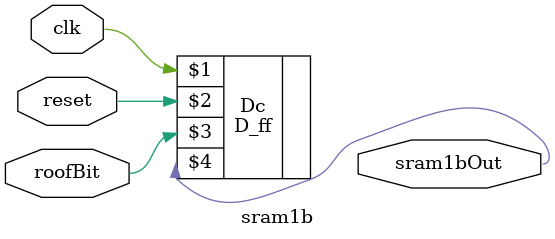
<source format=v>
`timescale 1ns / 1ps
module sram1b( input clk, input reset, input roofBit, output sram1bOut 
    );


D_ff Dc( clk, reset, roofBit, sram1bOut);

endmodule

</source>
